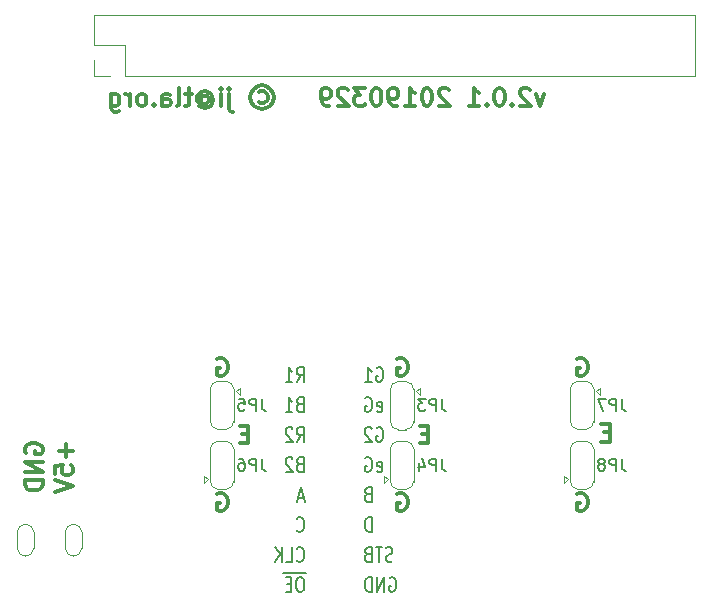
<source format=gbr>
G04 #@! TF.GenerationSoftware,KiCad,Pcbnew,5.0.2-bee76a0~70~ubuntu18.04.1*
G04 #@! TF.CreationDate,2019-04-09T16:07:38-04:00*
G04 #@! TF.ProjectId,rpi-rgb-led-matrix-nonhat,7270692d-7267-4622-9d6c-65642d6d6174,1.2*
G04 #@! TF.SameCoordinates,Original*
G04 #@! TF.FileFunction,Legend,Bot*
G04 #@! TF.FilePolarity,Positive*
%FSLAX46Y46*%
G04 Gerber Fmt 4.6, Leading zero omitted, Abs format (unit mm)*
G04 Created by KiCad (PCBNEW 5.0.2-bee76a0~70~ubuntu18.04.1) date Tue 09 Apr 2019 16:07:38 EDT*
%MOMM*%
%LPD*%
G01*
G04 APERTURE LIST*
%ADD10C,0.300000*%
%ADD11C,0.150000*%
%ADD12C,0.120000*%
%ADD13C,0.050000*%
G04 APERTURE END LIST*
D10*
X12627857Y-2710714D02*
X12770714Y-2639285D01*
X13056428Y-2639285D01*
X13199285Y-2710714D01*
X13342142Y-2853571D01*
X13413571Y-2996428D01*
X13413571Y-3282142D01*
X13342142Y-3425000D01*
X13199285Y-3567857D01*
X13056428Y-3639285D01*
X12770714Y-3639285D01*
X12627857Y-3567857D01*
X12913571Y-2139285D02*
X13270714Y-2210714D01*
X13627857Y-2425000D01*
X13842142Y-2782142D01*
X13913571Y-3139285D01*
X13842142Y-3496428D01*
X13627857Y-3853571D01*
X13270714Y-4067857D01*
X12913571Y-4139285D01*
X12556428Y-4067857D01*
X12199285Y-3853571D01*
X11985000Y-3496428D01*
X11913571Y-3139285D01*
X11985000Y-2782142D01*
X12199285Y-2425000D01*
X12556428Y-2210714D01*
X12913571Y-2139285D01*
X10127857Y-2853571D02*
X10127857Y-4139285D01*
X10199285Y-4282142D01*
X10342142Y-4353571D01*
X10413571Y-4353571D01*
X10127857Y-2353571D02*
X10199285Y-2425000D01*
X10127857Y-2496428D01*
X10056428Y-2425000D01*
X10127857Y-2353571D01*
X10127857Y-2496428D01*
X9413571Y-3853571D02*
X9413571Y-2853571D01*
X9413571Y-2353571D02*
X9485000Y-2425000D01*
X9413571Y-2496428D01*
X9342142Y-2425000D01*
X9413571Y-2353571D01*
X9413571Y-2496428D01*
X7770714Y-3139285D02*
X7842142Y-3067857D01*
X7984999Y-2996428D01*
X8127857Y-2996428D01*
X8270714Y-3067857D01*
X8342142Y-3139285D01*
X8413571Y-3282142D01*
X8413571Y-3425000D01*
X8342142Y-3567857D01*
X8270714Y-3639285D01*
X8127857Y-3710714D01*
X7984999Y-3710714D01*
X7842142Y-3639285D01*
X7770714Y-3567857D01*
X7770714Y-2996428D02*
X7770714Y-3567857D01*
X7699285Y-3639285D01*
X7627857Y-3639285D01*
X7484999Y-3567857D01*
X7413571Y-3425000D01*
X7413571Y-3067857D01*
X7556428Y-2853571D01*
X7770714Y-2710714D01*
X8056428Y-2639285D01*
X8342142Y-2710714D01*
X8556428Y-2853571D01*
X8699285Y-3067857D01*
X8770714Y-3353571D01*
X8699285Y-3639285D01*
X8556428Y-3853571D01*
X8342142Y-3996428D01*
X8056428Y-4067857D01*
X7770714Y-3996428D01*
X7556428Y-3853571D01*
X6984999Y-2853571D02*
X6413571Y-2853571D01*
X6770714Y-2353571D02*
X6770714Y-3639285D01*
X6699285Y-3782142D01*
X6556428Y-3853571D01*
X6413571Y-3853571D01*
X5699285Y-3853571D02*
X5842142Y-3782142D01*
X5913571Y-3639285D01*
X5913571Y-2353571D01*
X4484999Y-3853571D02*
X4484999Y-3067857D01*
X4556428Y-2925000D01*
X4699285Y-2853571D01*
X4984999Y-2853571D01*
X5127857Y-2925000D01*
X4484999Y-3782142D02*
X4627857Y-3853571D01*
X4984999Y-3853571D01*
X5127857Y-3782142D01*
X5199285Y-3639285D01*
X5199285Y-3496428D01*
X5127857Y-3353571D01*
X4984999Y-3282142D01*
X4627857Y-3282142D01*
X4484999Y-3210714D01*
X3770714Y-3710714D02*
X3699285Y-3782142D01*
X3770714Y-3853571D01*
X3842142Y-3782142D01*
X3770714Y-3710714D01*
X3770714Y-3853571D01*
X2842142Y-3853571D02*
X2984999Y-3782142D01*
X3056428Y-3710714D01*
X3127857Y-3567857D01*
X3127857Y-3139285D01*
X3056428Y-2996428D01*
X2984999Y-2925000D01*
X2842142Y-2853571D01*
X2627857Y-2853571D01*
X2484999Y-2925000D01*
X2413571Y-2996428D01*
X2342142Y-3139285D01*
X2342142Y-3567857D01*
X2413571Y-3710714D01*
X2484999Y-3782142D01*
X2627857Y-3853571D01*
X2842142Y-3853571D01*
X1699285Y-3853571D02*
X1699285Y-2853571D01*
X1699285Y-3139285D02*
X1627857Y-2996428D01*
X1556428Y-2925000D01*
X1413571Y-2853571D01*
X1270714Y-2853571D01*
X127857Y-2853571D02*
X127857Y-4067857D01*
X199285Y-4210714D01*
X270714Y-4282142D01*
X413571Y-4353571D01*
X627857Y-4353571D01*
X770714Y-4282142D01*
X127857Y-3782142D02*
X270714Y-3853571D01*
X556428Y-3853571D01*
X699285Y-3782142D01*
X770714Y-3710714D01*
X842142Y-3567857D01*
X842142Y-3139285D01*
X770714Y-2996428D01*
X699285Y-2925000D01*
X556428Y-2853571D01*
X270714Y-2853571D01*
X127857Y-2925000D01*
D11*
X16666500Y-43391000D02*
X15618880Y-43391000D01*
X16237928Y-43792857D02*
X16047452Y-43792857D01*
X15952214Y-43850000D01*
X15856976Y-43964285D01*
X15809357Y-44192857D01*
X15809357Y-44592857D01*
X15856976Y-44821428D01*
X15952214Y-44935714D01*
X16047452Y-44992857D01*
X16237928Y-44992857D01*
X16333166Y-44935714D01*
X16428404Y-44821428D01*
X16476023Y-44592857D01*
X16476023Y-44192857D01*
X16428404Y-43964285D01*
X16333166Y-43850000D01*
X16237928Y-43792857D01*
X15618880Y-43391000D02*
X14714119Y-43391000D01*
X15380785Y-44364285D02*
X15047452Y-44364285D01*
X14904595Y-44992857D02*
X15380785Y-44992857D01*
X15380785Y-43792857D01*
X14904595Y-43792857D01*
X15856976Y-42338571D02*
X15904595Y-42395714D01*
X16047452Y-42452857D01*
X16142690Y-42452857D01*
X16285547Y-42395714D01*
X16380785Y-42281428D01*
X16428404Y-42167142D01*
X16476023Y-41938571D01*
X16476023Y-41767142D01*
X16428404Y-41538571D01*
X16380785Y-41424285D01*
X16285547Y-41310000D01*
X16142690Y-41252857D01*
X16047452Y-41252857D01*
X15904595Y-41310000D01*
X15856976Y-41367142D01*
X14952214Y-42452857D02*
X15428404Y-42452857D01*
X15428404Y-41252857D01*
X14618880Y-42452857D02*
X14618880Y-41252857D01*
X14047452Y-42452857D02*
X14476023Y-41767142D01*
X14047452Y-41252857D02*
X14618880Y-41938571D01*
X15856976Y-39798571D02*
X15904595Y-39855714D01*
X16047452Y-39912857D01*
X16142690Y-39912857D01*
X16285547Y-39855714D01*
X16380785Y-39741428D01*
X16428404Y-39627142D01*
X16476023Y-39398571D01*
X16476023Y-39227142D01*
X16428404Y-38998571D01*
X16380785Y-38884285D01*
X16285547Y-38770000D01*
X16142690Y-38712857D01*
X16047452Y-38712857D01*
X15904595Y-38770000D01*
X15856976Y-38827142D01*
X16476023Y-37030000D02*
X15999833Y-37030000D01*
X16571261Y-37372857D02*
X16237928Y-36172857D01*
X15904595Y-37372857D01*
X16095071Y-34204285D02*
X15952214Y-34261428D01*
X15904595Y-34318571D01*
X15856976Y-34432857D01*
X15856976Y-34604285D01*
X15904595Y-34718571D01*
X15952214Y-34775714D01*
X16047452Y-34832857D01*
X16428404Y-34832857D01*
X16428404Y-33632857D01*
X16095071Y-33632857D01*
X15999833Y-33690000D01*
X15952214Y-33747142D01*
X15904595Y-33861428D01*
X15904595Y-33975714D01*
X15952214Y-34090000D01*
X15999833Y-34147142D01*
X16095071Y-34204285D01*
X16428404Y-34204285D01*
X15476023Y-33747142D02*
X15428404Y-33690000D01*
X15333166Y-33632857D01*
X15095071Y-33632857D01*
X14999833Y-33690000D01*
X14952214Y-33747142D01*
X14904595Y-33861428D01*
X14904595Y-33975714D01*
X14952214Y-34147142D01*
X15523642Y-34832857D01*
X14904595Y-34832857D01*
X15856976Y-32292857D02*
X16190309Y-31721428D01*
X16428404Y-32292857D02*
X16428404Y-31092857D01*
X16047452Y-31092857D01*
X15952214Y-31150000D01*
X15904595Y-31207142D01*
X15856976Y-31321428D01*
X15856976Y-31492857D01*
X15904595Y-31607142D01*
X15952214Y-31664285D01*
X16047452Y-31721428D01*
X16428404Y-31721428D01*
X15476023Y-31207142D02*
X15428404Y-31150000D01*
X15333166Y-31092857D01*
X15095071Y-31092857D01*
X14999833Y-31150000D01*
X14952214Y-31207142D01*
X14904595Y-31321428D01*
X14904595Y-31435714D01*
X14952214Y-31607142D01*
X15523642Y-32292857D01*
X14904595Y-32292857D01*
X16095071Y-29124285D02*
X15952214Y-29181428D01*
X15904595Y-29238571D01*
X15856976Y-29352857D01*
X15856976Y-29524285D01*
X15904595Y-29638571D01*
X15952214Y-29695714D01*
X16047452Y-29752857D01*
X16428404Y-29752857D01*
X16428404Y-28552857D01*
X16095071Y-28552857D01*
X15999833Y-28610000D01*
X15952214Y-28667142D01*
X15904595Y-28781428D01*
X15904595Y-28895714D01*
X15952214Y-29010000D01*
X15999833Y-29067142D01*
X16095071Y-29124285D01*
X16428404Y-29124285D01*
X14904595Y-29752857D02*
X15476023Y-29752857D01*
X15190309Y-29752857D02*
X15190309Y-28552857D01*
X15285547Y-28724285D01*
X15380785Y-28838571D01*
X15476023Y-28895714D01*
X15856976Y-27212857D02*
X16190309Y-26641428D01*
X16428404Y-27212857D02*
X16428404Y-26012857D01*
X16047452Y-26012857D01*
X15952214Y-26070000D01*
X15904595Y-26127142D01*
X15856976Y-26241428D01*
X15856976Y-26412857D01*
X15904595Y-26527142D01*
X15952214Y-26584285D01*
X16047452Y-26641428D01*
X16428404Y-26641428D01*
X14904595Y-27212857D02*
X15476023Y-27212857D01*
X15190309Y-27212857D02*
X15190309Y-26012857D01*
X15285547Y-26184285D01*
X15380785Y-26298571D01*
X15476023Y-26355714D01*
X23719214Y-43850000D02*
X23814452Y-43792857D01*
X23957309Y-43792857D01*
X24100166Y-43850000D01*
X24195404Y-43964285D01*
X24243023Y-44078571D01*
X24290642Y-44307142D01*
X24290642Y-44478571D01*
X24243023Y-44707142D01*
X24195404Y-44821428D01*
X24100166Y-44935714D01*
X23957309Y-44992857D01*
X23862071Y-44992857D01*
X23719214Y-44935714D01*
X23671595Y-44878571D01*
X23671595Y-44478571D01*
X23862071Y-44478571D01*
X23243023Y-44992857D02*
X23243023Y-43792857D01*
X22671595Y-44992857D01*
X22671595Y-43792857D01*
X22195404Y-44992857D02*
X22195404Y-43792857D01*
X21957309Y-43792857D01*
X21814452Y-43850000D01*
X21719214Y-43964285D01*
X21671595Y-44078571D01*
X21623976Y-44307142D01*
X21623976Y-44478571D01*
X21671595Y-44707142D01*
X21719214Y-44821428D01*
X21814452Y-44935714D01*
X21957309Y-44992857D01*
X22195404Y-44992857D01*
X23957309Y-42395714D02*
X23814452Y-42452857D01*
X23576357Y-42452857D01*
X23481119Y-42395714D01*
X23433500Y-42338571D01*
X23385880Y-42224285D01*
X23385880Y-42110000D01*
X23433500Y-41995714D01*
X23481119Y-41938571D01*
X23576357Y-41881428D01*
X23766833Y-41824285D01*
X23862071Y-41767142D01*
X23909690Y-41710000D01*
X23957309Y-41595714D01*
X23957309Y-41481428D01*
X23909690Y-41367142D01*
X23862071Y-41310000D01*
X23766833Y-41252857D01*
X23528738Y-41252857D01*
X23385880Y-41310000D01*
X23100166Y-41252857D02*
X22528738Y-41252857D01*
X22814452Y-42452857D02*
X22814452Y-41252857D01*
X21862071Y-41824285D02*
X21719214Y-41881428D01*
X21671595Y-41938571D01*
X21623976Y-42052857D01*
X21623976Y-42224285D01*
X21671595Y-42338571D01*
X21719214Y-42395714D01*
X21814452Y-42452857D01*
X22195404Y-42452857D01*
X22195404Y-41252857D01*
X21862071Y-41252857D01*
X21766833Y-41310000D01*
X21719214Y-41367142D01*
X21671595Y-41481428D01*
X21671595Y-41595714D01*
X21719214Y-41710000D01*
X21766833Y-41767142D01*
X21862071Y-41824285D01*
X22195404Y-41824285D01*
X22195404Y-39912857D02*
X22195404Y-38712857D01*
X21957309Y-38712857D01*
X21814452Y-38770000D01*
X21719214Y-38884285D01*
X21671595Y-38998571D01*
X21623976Y-39227142D01*
X21623976Y-39398571D01*
X21671595Y-39627142D01*
X21719214Y-39741428D01*
X21814452Y-39855714D01*
X21957309Y-39912857D01*
X22195404Y-39912857D01*
X21862071Y-36744285D02*
X21719214Y-36801428D01*
X21671595Y-36858571D01*
X21623976Y-36972857D01*
X21623976Y-37144285D01*
X21671595Y-37258571D01*
X21719214Y-37315714D01*
X21814452Y-37372857D01*
X22195404Y-37372857D01*
X22195404Y-36172857D01*
X21862071Y-36172857D01*
X21766833Y-36230000D01*
X21719214Y-36287142D01*
X21671595Y-36401428D01*
X21671595Y-36515714D01*
X21719214Y-36630000D01*
X21766833Y-36687142D01*
X21862071Y-36744285D01*
X22195404Y-36744285D01*
X22671595Y-34775714D02*
X22766833Y-34832857D01*
X22957309Y-34832857D01*
X23052547Y-34775714D01*
X23100166Y-34661428D01*
X23100166Y-34204285D01*
X23052547Y-34090000D01*
X22957309Y-34032857D01*
X22766833Y-34032857D01*
X22671595Y-34090000D01*
X22623976Y-34204285D01*
X22623976Y-34318571D01*
X23100166Y-34432857D01*
X21671595Y-33690000D02*
X21766833Y-33632857D01*
X21909690Y-33632857D01*
X22052547Y-33690000D01*
X22147785Y-33804285D01*
X22195404Y-33918571D01*
X22243023Y-34147142D01*
X22243023Y-34318571D01*
X22195404Y-34547142D01*
X22147785Y-34661428D01*
X22052547Y-34775714D01*
X21909690Y-34832857D01*
X21814452Y-34832857D01*
X21671595Y-34775714D01*
X21623976Y-34718571D01*
X21623976Y-34318571D01*
X21814452Y-34318571D01*
X22623976Y-31150000D02*
X22719214Y-31092857D01*
X22862071Y-31092857D01*
X23004928Y-31150000D01*
X23100166Y-31264285D01*
X23147785Y-31378571D01*
X23195404Y-31607142D01*
X23195404Y-31778571D01*
X23147785Y-32007142D01*
X23100166Y-32121428D01*
X23004928Y-32235714D01*
X22862071Y-32292857D01*
X22766833Y-32292857D01*
X22623976Y-32235714D01*
X22576357Y-32178571D01*
X22576357Y-31778571D01*
X22766833Y-31778571D01*
X22195404Y-31207142D02*
X22147785Y-31150000D01*
X22052547Y-31092857D01*
X21814452Y-31092857D01*
X21719214Y-31150000D01*
X21671595Y-31207142D01*
X21623976Y-31321428D01*
X21623976Y-31435714D01*
X21671595Y-31607142D01*
X22243023Y-32292857D01*
X21623976Y-32292857D01*
X22671595Y-29695714D02*
X22766833Y-29752857D01*
X22957309Y-29752857D01*
X23052547Y-29695714D01*
X23100166Y-29581428D01*
X23100166Y-29124285D01*
X23052547Y-29010000D01*
X22957309Y-28952857D01*
X22766833Y-28952857D01*
X22671595Y-29010000D01*
X22623976Y-29124285D01*
X22623976Y-29238571D01*
X23100166Y-29352857D01*
X21671595Y-28610000D02*
X21766833Y-28552857D01*
X21909690Y-28552857D01*
X22052547Y-28610000D01*
X22147785Y-28724285D01*
X22195404Y-28838571D01*
X22243023Y-29067142D01*
X22243023Y-29238571D01*
X22195404Y-29467142D01*
X22147785Y-29581428D01*
X22052547Y-29695714D01*
X21909690Y-29752857D01*
X21814452Y-29752857D01*
X21671595Y-29695714D01*
X21623976Y-29638571D01*
X21623976Y-29238571D01*
X21814452Y-29238571D01*
X22623976Y-26070000D02*
X22719214Y-26012857D01*
X22862071Y-26012857D01*
X23004928Y-26070000D01*
X23100166Y-26184285D01*
X23147785Y-26298571D01*
X23195404Y-26527142D01*
X23195404Y-26698571D01*
X23147785Y-26927142D01*
X23100166Y-27041428D01*
X23004928Y-27155714D01*
X22862071Y-27212857D01*
X22766833Y-27212857D01*
X22623976Y-27155714D01*
X22576357Y-27098571D01*
X22576357Y-26698571D01*
X22766833Y-26698571D01*
X21623976Y-27212857D02*
X22195404Y-27212857D01*
X21909690Y-27212857D02*
X21909690Y-26012857D01*
X22004928Y-26184285D01*
X22100166Y-26298571D01*
X22195404Y-26355714D01*
D10*
X36805000Y-2853571D02*
X36447857Y-3853571D01*
X36090714Y-2853571D01*
X35590714Y-2496428D02*
X35519285Y-2425000D01*
X35376428Y-2353571D01*
X35019285Y-2353571D01*
X34876428Y-2425000D01*
X34805000Y-2496428D01*
X34733571Y-2639285D01*
X34733571Y-2782142D01*
X34805000Y-2996428D01*
X35662142Y-3853571D01*
X34733571Y-3853571D01*
X34090714Y-3710714D02*
X34019285Y-3782142D01*
X34090714Y-3853571D01*
X34162142Y-3782142D01*
X34090714Y-3710714D01*
X34090714Y-3853571D01*
X33090714Y-2353571D02*
X32947857Y-2353571D01*
X32805000Y-2425000D01*
X32733571Y-2496428D01*
X32662142Y-2639285D01*
X32590714Y-2925000D01*
X32590714Y-3282142D01*
X32662142Y-3567857D01*
X32733571Y-3710714D01*
X32805000Y-3782142D01*
X32947857Y-3853571D01*
X33090714Y-3853571D01*
X33233571Y-3782142D01*
X33305000Y-3710714D01*
X33376428Y-3567857D01*
X33447857Y-3282142D01*
X33447857Y-2925000D01*
X33376428Y-2639285D01*
X33305000Y-2496428D01*
X33233571Y-2425000D01*
X33090714Y-2353571D01*
X31947857Y-3710714D02*
X31876428Y-3782142D01*
X31947857Y-3853571D01*
X32019285Y-3782142D01*
X31947857Y-3710714D01*
X31947857Y-3853571D01*
X30447857Y-3853571D02*
X31305000Y-3853571D01*
X30876428Y-3853571D02*
X30876428Y-2353571D01*
X31019285Y-2567857D01*
X31162142Y-2710714D01*
X31305000Y-2782142D01*
X28733571Y-2496428D02*
X28662142Y-2425000D01*
X28519285Y-2353571D01*
X28162142Y-2353571D01*
X28019285Y-2425000D01*
X27947857Y-2496428D01*
X27876428Y-2639285D01*
X27876428Y-2782142D01*
X27947857Y-2996428D01*
X28805000Y-3853571D01*
X27876428Y-3853571D01*
X26947857Y-2353571D02*
X26805000Y-2353571D01*
X26662142Y-2425000D01*
X26590714Y-2496428D01*
X26519285Y-2639285D01*
X26447857Y-2925000D01*
X26447857Y-3282142D01*
X26519285Y-3567857D01*
X26590714Y-3710714D01*
X26662142Y-3782142D01*
X26805000Y-3853571D01*
X26947857Y-3853571D01*
X27090714Y-3782142D01*
X27162142Y-3710714D01*
X27233571Y-3567857D01*
X27305000Y-3282142D01*
X27305000Y-2925000D01*
X27233571Y-2639285D01*
X27162142Y-2496428D01*
X27090714Y-2425000D01*
X26947857Y-2353571D01*
X25019285Y-3853571D02*
X25876428Y-3853571D01*
X25447857Y-3853571D02*
X25447857Y-2353571D01*
X25590714Y-2567857D01*
X25733571Y-2710714D01*
X25876428Y-2782142D01*
X24305000Y-3853571D02*
X24019285Y-3853571D01*
X23876428Y-3782142D01*
X23805000Y-3710714D01*
X23662142Y-3496428D01*
X23590714Y-3210714D01*
X23590714Y-2639285D01*
X23662142Y-2496428D01*
X23733571Y-2425000D01*
X23876428Y-2353571D01*
X24162142Y-2353571D01*
X24305000Y-2425000D01*
X24376428Y-2496428D01*
X24447857Y-2639285D01*
X24447857Y-2996428D01*
X24376428Y-3139285D01*
X24305000Y-3210714D01*
X24162142Y-3282142D01*
X23876428Y-3282142D01*
X23733571Y-3210714D01*
X23662142Y-3139285D01*
X23590714Y-2996428D01*
X22662142Y-2353571D02*
X22519285Y-2353571D01*
X22376428Y-2425000D01*
X22305000Y-2496428D01*
X22233571Y-2639285D01*
X22162142Y-2925000D01*
X22162142Y-3282142D01*
X22233571Y-3567857D01*
X22305000Y-3710714D01*
X22376428Y-3782142D01*
X22519285Y-3853571D01*
X22662142Y-3853571D01*
X22805000Y-3782142D01*
X22876428Y-3710714D01*
X22947857Y-3567857D01*
X23019285Y-3282142D01*
X23019285Y-2925000D01*
X22947857Y-2639285D01*
X22876428Y-2496428D01*
X22805000Y-2425000D01*
X22662142Y-2353571D01*
X21662142Y-2353571D02*
X20733571Y-2353571D01*
X21233571Y-2925000D01*
X21019285Y-2925000D01*
X20876428Y-2996428D01*
X20805000Y-3067857D01*
X20733571Y-3210714D01*
X20733571Y-3567857D01*
X20805000Y-3710714D01*
X20876428Y-3782142D01*
X21019285Y-3853571D01*
X21447857Y-3853571D01*
X21590714Y-3782142D01*
X21662142Y-3710714D01*
X20162142Y-2496428D02*
X20090714Y-2425000D01*
X19947857Y-2353571D01*
X19590714Y-2353571D01*
X19447857Y-2425000D01*
X19376428Y-2496428D01*
X19305000Y-2639285D01*
X19305000Y-2782142D01*
X19376428Y-2996428D01*
X20233571Y-3853571D01*
X19305000Y-3853571D01*
X18590714Y-3853571D02*
X18305000Y-3853571D01*
X18162142Y-3782142D01*
X18090714Y-3710714D01*
X17947857Y-3496428D01*
X17876428Y-3210714D01*
X17876428Y-2639285D01*
X17947857Y-2496428D01*
X18019285Y-2425000D01*
X18162142Y-2353571D01*
X18447857Y-2353571D01*
X18590714Y-2425000D01*
X18662142Y-2496428D01*
X18733571Y-2639285D01*
X18733571Y-2996428D01*
X18662142Y-3139285D01*
X18590714Y-3210714D01*
X18447857Y-3282142D01*
X18162142Y-3282142D01*
X18019285Y-3210714D01*
X17947857Y-3139285D01*
X17876428Y-2996428D01*
X-7100000Y-33274142D02*
X-7171428Y-33131285D01*
X-7171428Y-32917000D01*
X-7100000Y-32702714D01*
X-6957142Y-32559857D01*
X-6814285Y-32488428D01*
X-6528571Y-32417000D01*
X-6314285Y-32417000D01*
X-6028571Y-32488428D01*
X-5885714Y-32559857D01*
X-5742857Y-32702714D01*
X-5671428Y-32917000D01*
X-5671428Y-33059857D01*
X-5742857Y-33274142D01*
X-5814285Y-33345571D01*
X-6314285Y-33345571D01*
X-6314285Y-33059857D01*
X-5671428Y-33988428D02*
X-7171428Y-33988428D01*
X-5671428Y-34845571D01*
X-7171428Y-34845571D01*
X-5671428Y-35559857D02*
X-7171428Y-35559857D01*
X-7171428Y-35917000D01*
X-7100000Y-36131285D01*
X-6957142Y-36274142D01*
X-6814285Y-36345571D01*
X-6528571Y-36417000D01*
X-6314285Y-36417000D01*
X-6028571Y-36345571D01*
X-5885714Y-36274142D01*
X-5742857Y-36131285D01*
X-5671428Y-35917000D01*
X-5671428Y-35559857D01*
X-3702857Y-32488428D02*
X-3702857Y-33631285D01*
X-3131428Y-33059857D02*
X-4274285Y-33059857D01*
X-4631428Y-35059857D02*
X-4631428Y-34345571D01*
X-3917142Y-34274142D01*
X-3988571Y-34345571D01*
X-4060000Y-34488428D01*
X-4060000Y-34845571D01*
X-3988571Y-34988428D01*
X-3917142Y-35059857D01*
X-3774285Y-35131285D01*
X-3417142Y-35131285D01*
X-3274285Y-35059857D01*
X-3202857Y-34988428D01*
X-3131428Y-34845571D01*
X-3131428Y-34488428D01*
X-3202857Y-34345571D01*
X-3274285Y-34274142D01*
X-4631428Y-35559857D02*
X-3131428Y-36059857D01*
X-4631428Y-36559857D01*
X42358428Y-31515857D02*
X41858428Y-31515857D01*
X41644142Y-32301571D02*
X42358428Y-32301571D01*
X42358428Y-30801571D01*
X41644142Y-30801571D01*
X26991428Y-31642857D02*
X26491428Y-31642857D01*
X26277142Y-32428571D02*
X26991428Y-32428571D01*
X26991428Y-30928571D01*
X26277142Y-30928571D01*
X11751428Y-31642857D02*
X11251428Y-31642857D01*
X11037142Y-32428571D02*
X11751428Y-32428571D01*
X11751428Y-30928571D01*
X11037142Y-30928571D01*
X9132142Y-36715000D02*
X9275000Y-36643571D01*
X9489285Y-36643571D01*
X9703571Y-36715000D01*
X9846428Y-36857857D01*
X9917857Y-37000714D01*
X9989285Y-37286428D01*
X9989285Y-37500714D01*
X9917857Y-37786428D01*
X9846428Y-37929285D01*
X9703571Y-38072142D01*
X9489285Y-38143571D01*
X9346428Y-38143571D01*
X9132142Y-38072142D01*
X9060714Y-38000714D01*
X9060714Y-37500714D01*
X9346428Y-37500714D01*
X24372142Y-36715000D02*
X24515000Y-36643571D01*
X24729285Y-36643571D01*
X24943571Y-36715000D01*
X25086428Y-36857857D01*
X25157857Y-37000714D01*
X25229285Y-37286428D01*
X25229285Y-37500714D01*
X25157857Y-37786428D01*
X25086428Y-37929285D01*
X24943571Y-38072142D01*
X24729285Y-38143571D01*
X24586428Y-38143571D01*
X24372142Y-38072142D01*
X24300714Y-38000714D01*
X24300714Y-37500714D01*
X24586428Y-37500714D01*
X39612142Y-36715000D02*
X39755000Y-36643571D01*
X39969285Y-36643571D01*
X40183571Y-36715000D01*
X40326428Y-36857857D01*
X40397857Y-37000714D01*
X40469285Y-37286428D01*
X40469285Y-37500714D01*
X40397857Y-37786428D01*
X40326428Y-37929285D01*
X40183571Y-38072142D01*
X39969285Y-38143571D01*
X39826428Y-38143571D01*
X39612142Y-38072142D01*
X39540714Y-38000714D01*
X39540714Y-37500714D01*
X39826428Y-37500714D01*
X39612142Y-25285000D02*
X39755000Y-25213571D01*
X39969285Y-25213571D01*
X40183571Y-25285000D01*
X40326428Y-25427857D01*
X40397857Y-25570714D01*
X40469285Y-25856428D01*
X40469285Y-26070714D01*
X40397857Y-26356428D01*
X40326428Y-26499285D01*
X40183571Y-26642142D01*
X39969285Y-26713571D01*
X39826428Y-26713571D01*
X39612142Y-26642142D01*
X39540714Y-26570714D01*
X39540714Y-26070714D01*
X39826428Y-26070714D01*
X24372142Y-25285000D02*
X24515000Y-25213571D01*
X24729285Y-25213571D01*
X24943571Y-25285000D01*
X25086428Y-25427857D01*
X25157857Y-25570714D01*
X25229285Y-25856428D01*
X25229285Y-26070714D01*
X25157857Y-26356428D01*
X25086428Y-26499285D01*
X24943571Y-26642142D01*
X24729285Y-26713571D01*
X24586428Y-26713571D01*
X24372142Y-26642142D01*
X24300714Y-26570714D01*
X24300714Y-26070714D01*
X24586428Y-26070714D01*
X9132142Y-25285000D02*
X9275000Y-25213571D01*
X9489285Y-25213571D01*
X9703571Y-25285000D01*
X9846428Y-25427857D01*
X9917857Y-25570714D01*
X9989285Y-25856428D01*
X9989285Y-26070714D01*
X9917857Y-26356428D01*
X9846428Y-26499285D01*
X9703571Y-26642142D01*
X9489285Y-26713571D01*
X9346428Y-26713571D01*
X9132142Y-26642142D01*
X9060714Y-26570714D01*
X9060714Y-26070714D01*
X9346428Y-26070714D01*
D12*
G04 #@! TO.C,P1*
X-1330000Y0D02*
X-1330000Y-1330000D01*
X-1330000Y-1330000D02*
X0Y-1330000D01*
X-1330000Y1270000D02*
X1270000Y1270000D01*
X1270000Y1270000D02*
X1270000Y-1330000D01*
X1270000Y-1330000D02*
X49590000Y-1330000D01*
X49590000Y3870000D02*
X49590000Y-1330000D01*
X-1330000Y3870000D02*
X49590000Y3870000D01*
X-1330000Y3870000D02*
X-1330000Y1270000D01*
G04 #@! TO.C,JP3*
X25965000Y-28040000D02*
X26265000Y-28340000D01*
X26265000Y-27740000D02*
X26265000Y-28340000D01*
X25965000Y-28040000D02*
X26265000Y-27740000D01*
X25065000Y-27190000D02*
X24465000Y-27190000D01*
X25765000Y-30640000D02*
X25765000Y-27840000D01*
X24465000Y-31290000D02*
X25065000Y-31290000D01*
X23765000Y-27840000D02*
X23765000Y-30640000D01*
X23765000Y-30590000D02*
G75*
G03X24465000Y-31290000I700000J0D01*
G01*
X25065000Y-31290000D02*
G75*
G03X25765000Y-30590000I0J700000D01*
G01*
X25765000Y-27890000D02*
G75*
G03X25065000Y-27190000I-700000J0D01*
G01*
X24465000Y-27190000D02*
G75*
G03X23765000Y-27890000I0J-700000D01*
G01*
G04 #@! TO.C,JP4*
X23565000Y-35490000D02*
X23265000Y-35190000D01*
X23265000Y-35790000D02*
X23265000Y-35190000D01*
X23565000Y-35490000D02*
X23265000Y-35790000D01*
X24465000Y-36340000D02*
X25065000Y-36340000D01*
X23765000Y-32890000D02*
X23765000Y-35690000D01*
X25065000Y-32240000D02*
X24465000Y-32240000D01*
X25765000Y-35690000D02*
X25765000Y-32890000D01*
X25765000Y-32940000D02*
G75*
G03X25065000Y-32240000I-700000J0D01*
G01*
X24465000Y-32240000D02*
G75*
G03X23765000Y-32940000I0J-700000D01*
G01*
X23765000Y-35640000D02*
G75*
G03X24465000Y-36340000I700000J0D01*
G01*
X25065000Y-36340000D02*
G75*
G03X25765000Y-35640000I0J700000D01*
G01*
G04 #@! TO.C,JP5*
X10725000Y-28010000D02*
X11025000Y-28310000D01*
X11025000Y-27710000D02*
X11025000Y-28310000D01*
X10725000Y-28010000D02*
X11025000Y-27710000D01*
X9825000Y-27160000D02*
X9225000Y-27160000D01*
X10525000Y-30610000D02*
X10525000Y-27810000D01*
X9225000Y-31260000D02*
X9825000Y-31260000D01*
X8525000Y-27810000D02*
X8525000Y-30610000D01*
X8525000Y-30560000D02*
G75*
G03X9225000Y-31260000I700000J0D01*
G01*
X9825000Y-31260000D02*
G75*
G03X10525000Y-30560000I0J700000D01*
G01*
X10525000Y-27860000D02*
G75*
G03X9825000Y-27160000I-700000J0D01*
G01*
X9225000Y-27160000D02*
G75*
G03X8525000Y-27860000I0J-700000D01*
G01*
G04 #@! TO.C,JP6*
X8325000Y-35490000D02*
X8025000Y-35190000D01*
X8025000Y-35790000D02*
X8025000Y-35190000D01*
X8325000Y-35490000D02*
X8025000Y-35790000D01*
X9225000Y-36340000D02*
X9825000Y-36340000D01*
X8525000Y-32890000D02*
X8525000Y-35690000D01*
X9825000Y-32240000D02*
X9225000Y-32240000D01*
X10525000Y-35690000D02*
X10525000Y-32890000D01*
X10525000Y-32940000D02*
G75*
G03X9825000Y-32240000I-700000J0D01*
G01*
X9225000Y-32240000D02*
G75*
G03X8525000Y-32940000I0J-700000D01*
G01*
X8525000Y-35640000D02*
G75*
G03X9225000Y-36340000I700000J0D01*
G01*
X9825000Y-36340000D02*
G75*
G03X10525000Y-35640000I0J700000D01*
G01*
G04 #@! TO.C,JP7*
X41205000Y-28010000D02*
X41505000Y-28310000D01*
X41505000Y-27710000D02*
X41505000Y-28310000D01*
X41205000Y-28010000D02*
X41505000Y-27710000D01*
X40305000Y-27160000D02*
X39705000Y-27160000D01*
X41005000Y-30610000D02*
X41005000Y-27810000D01*
X39705000Y-31260000D02*
X40305000Y-31260000D01*
X39005000Y-27810000D02*
X39005000Y-30610000D01*
X39005000Y-30560000D02*
G75*
G03X39705000Y-31260000I700000J0D01*
G01*
X40305000Y-31260000D02*
G75*
G03X41005000Y-30560000I0J700000D01*
G01*
X41005000Y-27860000D02*
G75*
G03X40305000Y-27160000I-700000J0D01*
G01*
X39705000Y-27160000D02*
G75*
G03X39005000Y-27860000I0J-700000D01*
G01*
G04 #@! TO.C,JP8*
X38805000Y-35490000D02*
X38505000Y-35190000D01*
X38505000Y-35790000D02*
X38505000Y-35190000D01*
X38805000Y-35490000D02*
X38505000Y-35790000D01*
X39705000Y-36340000D02*
X40305000Y-36340000D01*
X39005000Y-32890000D02*
X39005000Y-35690000D01*
X40305000Y-32240000D02*
X39705000Y-32240000D01*
X41005000Y-35690000D02*
X41005000Y-32890000D01*
X41005000Y-32940000D02*
G75*
G03X40305000Y-32240000I-700000J0D01*
G01*
X39705000Y-32240000D02*
G75*
G03X39005000Y-32940000I0J-700000D01*
G01*
X39005000Y-35640000D02*
G75*
G03X39705000Y-36340000I700000J0D01*
G01*
X40305000Y-36340000D02*
G75*
G03X41005000Y-35640000I0J700000D01*
G01*
D13*
G04 #@! TO.C,H7*
X-2349800Y-39940000D02*
X-2349800Y-41340000D01*
X-3746200Y-39940000D02*
X-3746200Y-41340000D01*
X-3746193Y-41340095D02*
G75*
G03X-2349800Y-41340000I698193J50095D01*
G01*
X-2349807Y-39939905D02*
G75*
G03X-3746200Y-39940000I-698193J-50095D01*
G01*
G04 #@! TO.C,H8*
X-6413800Y-39940000D02*
X-6413800Y-41340000D01*
X-7810200Y-39940000D02*
X-7810200Y-41340000D01*
X-7810193Y-41340095D02*
G75*
G03X-6413800Y-41340000I698193J50095D01*
G01*
X-6413807Y-39939905D02*
G75*
G03X-7810200Y-39940000I-698193J-50095D01*
G01*
G04 #@! TO.C,JP3*
D11*
X28138333Y-28662380D02*
X28138333Y-29376666D01*
X28185952Y-29519523D01*
X28281190Y-29614761D01*
X28424047Y-29662380D01*
X28519285Y-29662380D01*
X27662142Y-29662380D02*
X27662142Y-28662380D01*
X27281190Y-28662380D01*
X27185952Y-28710000D01*
X27138333Y-28757619D01*
X27090714Y-28852857D01*
X27090714Y-28995714D01*
X27138333Y-29090952D01*
X27185952Y-29138571D01*
X27281190Y-29186190D01*
X27662142Y-29186190D01*
X26757380Y-28662380D02*
X26138333Y-28662380D01*
X26471666Y-29043333D01*
X26328809Y-29043333D01*
X26233571Y-29090952D01*
X26185952Y-29138571D01*
X26138333Y-29233809D01*
X26138333Y-29471904D01*
X26185952Y-29567142D01*
X26233571Y-29614761D01*
X26328809Y-29662380D01*
X26614523Y-29662380D01*
X26709761Y-29614761D01*
X26757380Y-29567142D01*
G04 #@! TO.C,JP4*
X28138333Y-33742380D02*
X28138333Y-34456666D01*
X28185952Y-34599523D01*
X28281190Y-34694761D01*
X28424047Y-34742380D01*
X28519285Y-34742380D01*
X27662142Y-34742380D02*
X27662142Y-33742380D01*
X27281190Y-33742380D01*
X27185952Y-33790000D01*
X27138333Y-33837619D01*
X27090714Y-33932857D01*
X27090714Y-34075714D01*
X27138333Y-34170952D01*
X27185952Y-34218571D01*
X27281190Y-34266190D01*
X27662142Y-34266190D01*
X26233571Y-34075714D02*
X26233571Y-34742380D01*
X26471666Y-33694761D02*
X26709761Y-34409047D01*
X26090714Y-34409047D01*
G04 #@! TO.C,JP5*
X12898333Y-28662380D02*
X12898333Y-29376666D01*
X12945952Y-29519523D01*
X13041190Y-29614761D01*
X13184047Y-29662380D01*
X13279285Y-29662380D01*
X12422142Y-29662380D02*
X12422142Y-28662380D01*
X12041190Y-28662380D01*
X11945952Y-28710000D01*
X11898333Y-28757619D01*
X11850714Y-28852857D01*
X11850714Y-28995714D01*
X11898333Y-29090952D01*
X11945952Y-29138571D01*
X12041190Y-29186190D01*
X12422142Y-29186190D01*
X10945952Y-28662380D02*
X11422142Y-28662380D01*
X11469761Y-29138571D01*
X11422142Y-29090952D01*
X11326904Y-29043333D01*
X11088809Y-29043333D01*
X10993571Y-29090952D01*
X10945952Y-29138571D01*
X10898333Y-29233809D01*
X10898333Y-29471904D01*
X10945952Y-29567142D01*
X10993571Y-29614761D01*
X11088809Y-29662380D01*
X11326904Y-29662380D01*
X11422142Y-29614761D01*
X11469761Y-29567142D01*
G04 #@! TO.C,JP6*
X12898333Y-33742380D02*
X12898333Y-34456666D01*
X12945952Y-34599523D01*
X13041190Y-34694761D01*
X13184047Y-34742380D01*
X13279285Y-34742380D01*
X12422142Y-34742380D02*
X12422142Y-33742380D01*
X12041190Y-33742380D01*
X11945952Y-33790000D01*
X11898333Y-33837619D01*
X11850714Y-33932857D01*
X11850714Y-34075714D01*
X11898333Y-34170952D01*
X11945952Y-34218571D01*
X12041190Y-34266190D01*
X12422142Y-34266190D01*
X10993571Y-33742380D02*
X11184047Y-33742380D01*
X11279285Y-33790000D01*
X11326904Y-33837619D01*
X11422142Y-33980476D01*
X11469761Y-34170952D01*
X11469761Y-34551904D01*
X11422142Y-34647142D01*
X11374523Y-34694761D01*
X11279285Y-34742380D01*
X11088809Y-34742380D01*
X10993571Y-34694761D01*
X10945952Y-34647142D01*
X10898333Y-34551904D01*
X10898333Y-34313809D01*
X10945952Y-34218571D01*
X10993571Y-34170952D01*
X11088809Y-34123333D01*
X11279285Y-34123333D01*
X11374523Y-34170952D01*
X11422142Y-34218571D01*
X11469761Y-34313809D01*
G04 #@! TO.C,JP7*
X43378333Y-28662380D02*
X43378333Y-29376666D01*
X43425952Y-29519523D01*
X43521190Y-29614761D01*
X43664047Y-29662380D01*
X43759285Y-29662380D01*
X42902142Y-29662380D02*
X42902142Y-28662380D01*
X42521190Y-28662380D01*
X42425952Y-28710000D01*
X42378333Y-28757619D01*
X42330714Y-28852857D01*
X42330714Y-28995714D01*
X42378333Y-29090952D01*
X42425952Y-29138571D01*
X42521190Y-29186190D01*
X42902142Y-29186190D01*
X41997380Y-28662380D02*
X41330714Y-28662380D01*
X41759285Y-29662380D01*
G04 #@! TO.C,JP8*
X43378333Y-33742380D02*
X43378333Y-34456666D01*
X43425952Y-34599523D01*
X43521190Y-34694761D01*
X43664047Y-34742380D01*
X43759285Y-34742380D01*
X42902142Y-34742380D02*
X42902142Y-33742380D01*
X42521190Y-33742380D01*
X42425952Y-33790000D01*
X42378333Y-33837619D01*
X42330714Y-33932857D01*
X42330714Y-34075714D01*
X42378333Y-34170952D01*
X42425952Y-34218571D01*
X42521190Y-34266190D01*
X42902142Y-34266190D01*
X41759285Y-34170952D02*
X41854523Y-34123333D01*
X41902142Y-34075714D01*
X41949761Y-33980476D01*
X41949761Y-33932857D01*
X41902142Y-33837619D01*
X41854523Y-33790000D01*
X41759285Y-33742380D01*
X41568809Y-33742380D01*
X41473571Y-33790000D01*
X41425952Y-33837619D01*
X41378333Y-33932857D01*
X41378333Y-33980476D01*
X41425952Y-34075714D01*
X41473571Y-34123333D01*
X41568809Y-34170952D01*
X41759285Y-34170952D01*
X41854523Y-34218571D01*
X41902142Y-34266190D01*
X41949761Y-34361428D01*
X41949761Y-34551904D01*
X41902142Y-34647142D01*
X41854523Y-34694761D01*
X41759285Y-34742380D01*
X41568809Y-34742380D01*
X41473571Y-34694761D01*
X41425952Y-34647142D01*
X41378333Y-34551904D01*
X41378333Y-34361428D01*
X41425952Y-34266190D01*
X41473571Y-34218571D01*
X41568809Y-34170952D01*
G04 #@! TD*
M02*

</source>
